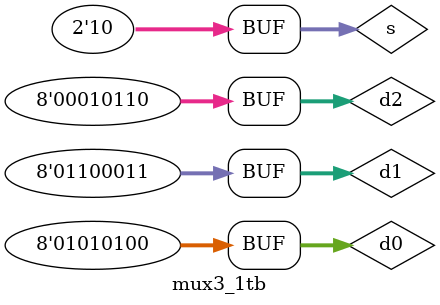
<source format=v>
`timescale 1ns / 1ps


module mux3_1tb;

	// Inputs
	reg [7:0] d0;
	reg [7:0] d1;
	reg [7:0] d2;
	reg [1:0] s;

	// Outputs
	wire [7:0] y;

	// Instantiate the Unit Under Test (UUT)
	mux3_1 uut (
		.d0(d0), 
		.d1(d1), 
		.d2(d2), 
		.y(y), 
		.s(s)
	);

	initial begin
		// Initialize Inputs
		d0 = 8'h54;
		d1 = 8'h63;
		d2 = 8'h16;
		s = 00;

		// Wait 100 ns for global reset to finish
		#10;
		s = 10;

		// Wait 100 ns for global reset to finish
		#10;  
		// Add stimulus here

	end
      
endmodule


</source>
